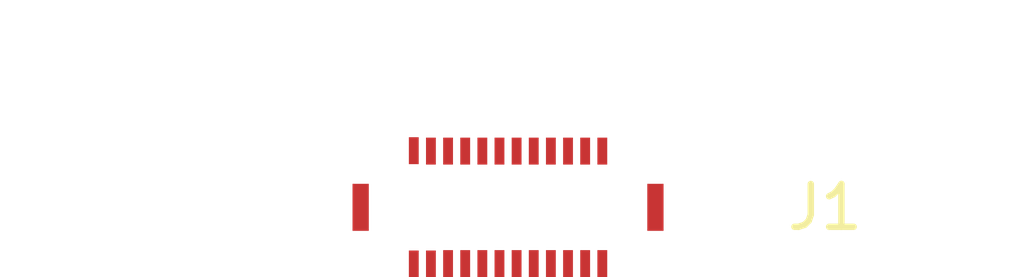
<source format=kicad_pcb>
(kicad_pcb (version 20171130) (host pcbnew "(5.1.2)-2")

  (general
    (thickness 1.6)
    (drawings 0)
    (tracks 0)
    (zones 0)
    (modules 1)
    (nets 1)
  )

  (page A4)
  (layers
    (0 F.Cu signal)
    (31 B.Cu signal)
    (32 B.Adhes user)
    (33 F.Adhes user)
    (34 B.Paste user)
    (35 F.Paste user)
    (36 B.SilkS user)
    (37 F.SilkS user)
    (38 B.Mask user)
    (39 F.Mask user)
    (40 Dwgs.User user)
    (41 Cmts.User user)
    (42 Eco1.User user)
    (43 Eco2.User user)
    (44 Edge.Cuts user)
    (45 Margin user)
    (46 B.CrtYd user)
    (47 F.CrtYd user)
    (48 B.Fab user)
    (49 F.Fab user)
  )

  (setup
    (last_trace_width 0.25)
    (trace_clearance 0.2)
    (zone_clearance 0.508)
    (zone_45_only no)
    (trace_min 0.2)
    (via_size 0.8)
    (via_drill 0.4)
    (via_min_size 0.4)
    (via_min_drill 0.3)
    (uvia_size 0.3)
    (uvia_drill 0.1)
    (uvias_allowed no)
    (uvia_min_size 0.2)
    (uvia_min_drill 0.1)
    (edge_width 0.05)
    (segment_width 0.2)
    (pcb_text_width 0.3)
    (pcb_text_size 1.5 1.5)
    (mod_edge_width 0.12)
    (mod_text_size 1 1)
    (mod_text_width 0.15)
    (pad_size 1.524 1.524)
    (pad_drill 0.762)
    (pad_to_mask_clearance 0.051)
    (solder_mask_min_width 0.25)
    (aux_axis_origin 0 0)
    (visible_elements 7FFFFFFF)
    (pcbplotparams
      (layerselection 0x010fc_ffffffff)
      (usegerberextensions false)
      (usegerberattributes false)
      (usegerberadvancedattributes false)
      (creategerberjobfile false)
      (excludeedgelayer true)
      (linewidth 0.100000)
      (plotframeref false)
      (viasonmask false)
      (mode 1)
      (useauxorigin false)
      (hpglpennumber 1)
      (hpglpenspeed 20)
      (hpglpendiameter 15.000000)
      (psnegative false)
      (psa4output false)
      (plotreference true)
      (plotvalue true)
      (plotinvisibletext false)
      (padsonsilk false)
      (subtractmaskfromsilk false)
      (outputformat 1)
      (mirror false)
      (drillshape 1)
      (scaleselection 1)
      (outputdirectory ""))
  )

  (net 0 "")

  (net_class Default "This is the default net class."
    (clearance 0.2)
    (trace_width 0.25)
    (via_dia 0.8)
    (via_drill 0.4)
    (uvia_dia 0.3)
    (uvia_drill 0.1)
  )

  (module "SMD_Packages:DF37B-24DP-0.4V(51)" (layer F.Cu) (tedit 5DB626AF) (tstamp 5DB5D8E4)
    (at 121.71 101.485)
    (path /5DA394ED/5DA3A9CA)
    (fp_text reference J1 (at 7.4 0) (layer F.SilkS)
      (effects (font (size 1 1) (thickness 0.15)))
    )
    (fp_text value Conn_02x12_Counter_Clockwise (at 0.1 -4) (layer F.Fab)
      (effects (font (size 1 1) (thickness 0.15)))
    )
    (fp_line (start -3.5 -1.16) (end -3.5 1.16) (layer F.Fab) (width 0.1))
    (fp_line (start -3.52 -1.16) (end 3.5 -1.16) (layer F.Fab) (width 0.1))
    (fp_line (start -3.5 1.16) (end 3.52 1.16) (layer F.Fab) (width 0.1))
    (fp_line (start 3.52 -1.16) (end 3.52 1.16) (layer F.Fab) (width 0.1))
    (pad "" smd rect (at 3.25 0) (size 0.38 1.1) (drill (offset 0.19 0)) (layers F.Cu F.Paste F.Mask))
    (pad "" smd rect (at -2.2 -1.01) (size 0.23 0.63) (drill (offset 0 -0.315)) (layers F.Cu F.Paste F.Mask))
    (pad "" smd rect (at -1.8 -1) (size 0.23 0.63) (drill (offset 0 -0.315)) (layers F.Cu F.Paste F.Mask))
    (pad "" smd rect (at -1.4 -1) (size 0.23 0.63) (drill (offset 0 -0.315)) (layers F.Cu F.Paste F.Mask))
    (pad "" smd rect (at -1 -1) (size 0.23 0.63) (drill (offset 0 -0.315)) (layers F.Cu F.Paste F.Mask))
    (pad "" smd rect (at -0.6 -1) (size 0.23 0.63) (drill (offset 0 -0.315)) (layers F.Cu F.Paste F.Mask))
    (pad "" smd rect (at -0.2 -1) (size 0.23 0.63) (drill (offset 0 -0.315)) (layers F.Cu F.Paste F.Mask))
    (pad "" smd rect (at 0.2 -1) (size 0.23 0.63) (drill (offset 0 -0.315)) (layers F.Cu F.Paste F.Mask))
    (pad "" smd rect (at 0.6 -1) (size 0.23 0.63) (drill (offset 0 -0.315)) (layers F.Cu F.Paste F.Mask))
    (pad "" smd rect (at 1 -1) (size 0.23 0.63) (drill (offset 0 -0.315)) (layers F.Cu F.Paste F.Mask))
    (pad "" smd rect (at 1.4 -1) (size 0.23 0.63) (drill (offset 0 -0.315)) (layers F.Cu F.Paste F.Mask))
    (pad "" smd rect (at 1.8 -1) (size 0.23 0.63) (drill (offset 0 -0.315)) (layers F.Cu F.Paste F.Mask))
    (pad "" smd rect (at 2.2 -1) (size 0.23 0.63) (drill (offset 0 -0.315)) (layers F.Cu F.Paste F.Mask))
    (pad "" smd rect (at -2.2 1.01) (size 0.23 0.63) (drill (offset 0 0.315)) (layers F.Cu F.Paste F.Mask))
    (pad "" smd rect (at -1.8 1.01) (size 0.23 0.63) (drill (offset 0 0.315)) (layers F.Cu F.Paste F.Mask))
    (pad "" smd rect (at -1.4 1) (size 0.23 0.63) (drill (offset 0 0.315)) (layers F.Cu F.Paste F.Mask))
    (pad "" smd rect (at -1 1) (size 0.23 0.63) (drill (offset 0 0.315)) (layers F.Cu F.Paste F.Mask))
    (pad "" smd rect (at -0.6 1) (size 0.23 0.63) (drill (offset 0 0.315)) (layers F.Cu F.Paste F.Mask))
    (pad "" smd rect (at -0.2 1) (size 0.23 0.63) (drill (offset 0 0.315)) (layers F.Cu F.Paste F.Mask))
    (pad "" smd rect (at 0.2 1) (size 0.23 0.63) (drill (offset 0 0.315)) (layers F.Cu F.Paste F.Mask))
    (pad "" smd rect (at 0.6 1) (size 0.23 0.63) (drill (offset 0 0.315)) (layers F.Cu F.Paste F.Mask))
    (pad "" smd rect (at 1 1) (size 0.23 0.63) (drill (offset 0 0.315)) (layers F.Cu F.Paste F.Mask))
    (pad "" smd rect (at 1.4 1) (size 0.23 0.63) (drill (offset 0 0.315)) (layers F.Cu F.Paste F.Mask))
    (pad "" smd rect (at 1.8 1) (size 0.23 0.63) (drill (offset 0 0.315)) (layers F.Cu F.Paste F.Mask))
    (pad "" smd rect (at 2.2 1) (size 0.23 0.63) (drill (offset 0 0.315)) (layers F.Cu F.Paste F.Mask))
    (pad "" smd rect (at -3.25 0) (size 0.38 1.1) (drill (offset -0.19 0)) (layers F.Cu F.Paste F.Mask))
  )

)

</source>
